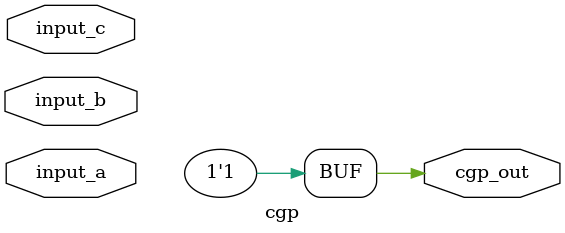
<source format=v>
module cgp(input [2:0] input_a, input [2:0] input_b, input [2:0] input_c, output [0:0] cgp_out);
  wire cgp_core_011;
  wire cgp_core_012;
  wire cgp_core_013;
  wire cgp_core_014;
  wire cgp_core_015;
  wire cgp_core_016;
  wire cgp_core_017;
  wire cgp_core_018;
  wire cgp_core_019;
  wire cgp_core_020;
  wire cgp_core_021;
  wire cgp_core_022;
  wire cgp_core_023;
  wire cgp_core_024;
  wire cgp_core_025;
  wire cgp_core_026;
  wire cgp_core_027;
  wire cgp_core_028;
  wire cgp_core_029;
  wire cgp_core_032;
  wire cgp_core_033;
  wire cgp_core_034;
  wire cgp_core_035;
  wire cgp_core_036;
  wire cgp_core_037;
  wire cgp_core_038;
  wire cgp_core_040;
  wire cgp_core_041;

  assign cgp_core_011 = input_a[0] ^ input_b[0];
  assign cgp_core_012 = input_a[0] & input_b[0];
  assign cgp_core_013 = input_a[1] ^ input_b[1];
  assign cgp_core_014 = input_a[1] & input_b[1];
  assign cgp_core_015 = cgp_core_013 ^ cgp_core_012;
  assign cgp_core_016 = cgp_core_013 & cgp_core_012;
  assign cgp_core_017 = ~(cgp_core_014 | cgp_core_016);
  assign cgp_core_018 = input_a[2] ^ input_b[2];
  assign cgp_core_019 = input_a[2] & input_b[2];
  assign cgp_core_020 = ~(cgp_core_018 & cgp_core_017);
  assign cgp_core_021 = cgp_core_018 & cgp_core_017;
  assign cgp_core_022 = cgp_core_019 | cgp_core_021;
  assign cgp_core_023 = ~cgp_core_022;
  assign cgp_core_024 = ~input_c[2];
  assign cgp_core_025 = cgp_core_020 & cgp_core_024;
  assign cgp_core_026 = cgp_core_025 & cgp_core_023;
  assign cgp_core_027 = ~(cgp_core_020 ^ input_c[2]);
  assign cgp_core_028 = cgp_core_027 & cgp_core_023;
  assign cgp_core_029 = ~input_c[1];
  assign cgp_core_032 = ~cgp_core_015;
  assign cgp_core_033 = cgp_core_032 & cgp_core_028;
  assign cgp_core_034 = ~input_c[0];
  assign cgp_core_035 = cgp_core_011 & cgp_core_034;
  assign cgp_core_036 = cgp_core_035 & cgp_core_033;
  assign cgp_core_037 = ~(input_c[0] ^ input_c[0]);
  assign cgp_core_038 = cgp_core_037 & cgp_core_033;
  assign cgp_core_040 = cgp_core_022 | cgp_core_038;
  assign cgp_core_041 = cgp_core_026 | cgp_core_040;

  assign cgp_out[0] = 1'b1;
endmodule
</source>
